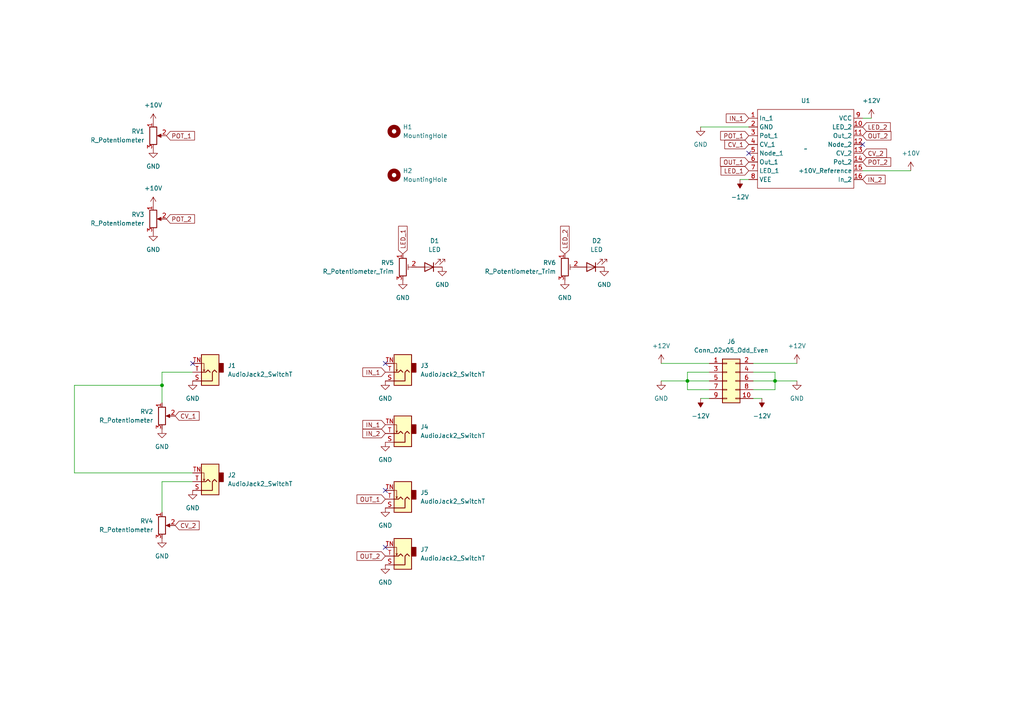
<source format=kicad_sch>
(kicad_sch (version 20230121) (generator eeschema)
  (paper "A4")
  (lib_symbols
    (symbol "Connector_Audio:AudioJack2_SwitchT"
      (property "Reference" "J" (at 0 8.89 0))
      (property "Value" "AudioJack2_SwitchT" (at 0 6.35 0))
      (symbol "AudioJack2_SwitchT_0_1"
        (rectangle (start -2.54 0) (end -3.81 -2.54) (stroke (width 0.254)) (fill (type outline)))
        (polyline (pts (xy 1.778 -0.254) (xy 2.032 -0.762)))
        (polyline (pts (xy 0 0) (xy 0.635 -0.635) (xy 1.27 0) (xy 2.54 0)) (stroke (width 0.254)))
        (polyline (pts (xy 2.54 -2.54) (xy 1.778 -2.54) (xy 1.778 -0.254) (xy 1.524 -0.762)))
        (polyline (pts (xy 2.54 2.54) (xy -0.635 2.54) (xy -0.635 0) (xy -1.27 -0.635) (xy -1.905 0)) (stroke (width 0.254)))
        (rectangle (start 2.54 3.81) (end -2.54 -5.08) (stroke (width 0.254)) (fill (type background)))
      )
      (symbol "AudioJack2_SwitchT_1_1"
        (pin passive line (at 5.08 2.54 180) (length 2.54) (name "~") (number "S"))
        (pin passive line (at 5.08 0 180) (length 2.54) (name "~") (number "T"))
        (pin passive line (at 5.08 -2.54 180) (length 2.54) (name "~") (number "TN"))
      )
    )
    (symbol "Connector_Generic:Conn_02x05_Odd_Even" (pin_names (offset 1.016) hide)
      (property "Reference" "J" (at 1.27 7.62 0))
      (property "Value" "Conn_02x05_Odd_Even" (at 1.27 -7.62 0))
      (symbol "Conn_02x05_Odd_Even_1_1"
        (rectangle (start -1.27 -4.953) (end 0 -5.207) (stroke (width 0.1524)))
        (rectangle (start -1.27 -2.413) (end 0 -2.667) (stroke (width 0.1524)))
        (rectangle (start -1.27 0.127) (end 0 -0.127) (stroke (width 0.1524)))
        (rectangle (start -1.27 2.667) (end 0 2.413) (stroke (width 0.1524)))
        (rectangle (start -1.27 5.207) (end 0 4.953) (stroke (width 0.1524)))
        (rectangle (start -1.27 6.35) (end 3.81 -6.35) (stroke (width 0.254)) (fill (type background)))
        (rectangle (start 3.81 -4.953) (end 2.54 -5.207) (stroke (width 0.1524)))
        (rectangle (start 3.81 -2.413) (end 2.54 -2.667) (stroke (width 0.1524)))
        (rectangle (start 3.81 0.127) (end 2.54 -0.127) (stroke (width 0.1524)))
        (rectangle (start 3.81 2.667) (end 2.54 2.413) (stroke (width 0.1524)))
        (rectangle (start 3.81 5.207) (end 2.54 4.953) (stroke (width 0.1524)))
        (pin passive line (at -5.08 5.08 0) (length 3.81) (name "Pin_1") (number "1"))
        (pin passive line (at 7.62 -5.08 180) (length 3.81) (name "Pin_10") (number "10"))
        (pin passive line (at 7.62 5.08 180) (length 3.81) (name "Pin_2") (number "2"))
        (pin passive line (at -5.08 2.54 0) (length 3.81) (name "Pin_3") (number "3"))
        (pin passive line (at 7.62 2.54 180) (length 3.81) (name "Pin_4") (number "4"))
        (pin passive line (at -5.08 0 0) (length 3.81) (name "Pin_5") (number "5"))
        (pin passive line (at 7.62 0 180) (length 3.81) (name "Pin_6") (number "6"))
        (pin passive line (at -5.08 -2.54 0) (length 3.81) (name "Pin_7") (number "7"))
        (pin passive line (at 7.62 -2.54 180) (length 3.81) (name "Pin_8") (number "8"))
        (pin passive line (at -5.08 -5.08 0) (length 3.81) (name "Pin_9") (number "9"))
      )
    )
    (symbol "Dans_Eurorack_Library:Electrosmith_2164_VCA"
      (property "Reference" "U" (at 0 0 0))
      (symbol "Electrosmith_2164_VCA_0_1"
        (rectangle (start -13.97 11.43) (end 13.97 -11.43))
      )
      (symbol "Electrosmith_2164_VCA_1_1"
        (pin input line (at -16.51 8.89 0) (length 2.54) (name "In_1") (number "1"))
        (pin output line (at 16.51 6.35 180) (length 2.54) (name "LED_2") (number "10"))
        (pin output line (at 16.51 3.81 180) (length 2.54) (name "Out_2") (number "11"))
        (pin input line (at 16.51 1.27 180) (length 2.54) (name "Node_2") (number "12"))
        (pin input line (at 16.51 -1.27 180) (length 2.54) (name "CV_2") (number "13"))
        (pin input line (at 16.51 -3.81 180) (length 2.54) (name "Pot_2") (number "14"))
        (pin output line (at 16.51 -6.35 180) (length 2.54) (name "+10V_Reference") (number "15"))
        (pin input line (at 16.51 -8.89 180) (length 2.54) (name "In_2") (number "16"))
        (pin input line (at -16.51 6.35 0) (length 2.54) (name "GND") (number "2"))
        (pin input line (at -16.51 3.81 0) (length 2.54) (name "Pot_1") (number "3"))
        (pin input line (at -16.51 1.27 0) (length 2.54) (name "CV_1") (number "4"))
        (pin input line (at -16.51 -1.27 0) (length 2.54) (name "Node_1") (number "5"))
        (pin output line (at -16.51 -3.81 0) (length 2.54) (name "Out_1") (number "6"))
        (pin output line (at -16.51 -6.35 0) (length 2.54) (name "LED_1") (number "7"))
        (pin input line (at -16.51 -8.89 0) (length 2.54) (name "VEE") (number "8"))
        (pin input line (at 16.51 8.89 180) (length 2.54) (name "VCC") (number "9"))
      )
    )
    (symbol "Device:LED" (pin_numbers hide) (pin_names (offset 1.016) hide)
      (property "Reference" "D" (at 0 2.54 0))
      (property "Value" "LED" (at 0 -2.54 0))
      (symbol "LED_0_1"
        (polyline (pts (xy -1.27 -1.27) (xy -1.27 1.27)) (stroke (width 0.254)))
        (polyline (pts (xy -1.27 0) (xy 1.27 0)))
        (polyline (pts (xy 1.27 -1.27) (xy 1.27 1.27) (xy -1.27 0) (xy 1.27 -1.27)) (stroke (width 0.254)))
        (polyline (pts (xy -3.048 -0.762) (xy -4.572 -2.286) (xy -3.81 -2.286) (xy -4.572 -2.286) (xy -4.572 -1.524)))
        (polyline (pts (xy -1.778 -0.762) (xy -3.302 -2.286) (xy -2.54 -2.286) (xy -3.302 -2.286) (xy -3.302 -1.524)))
      )
      (symbol "LED_1_1"
        (pin passive line (at -3.81 0 0) (length 2.54) (name "K") (number "1"))
        (pin passive line (at 3.81 0 180) (length 2.54) (name "A") (number "2"))
      )
    )
    (symbol "Device:R_Potentiometer" (pin_names (offset 1.016) hide)
      (property "Reference" "RV" (at -4.445 0 90))
      (property "Value" "R_Potentiometer" (at -2.54 0 90))
      (symbol "R_Potentiometer_0_1"
        (polyline (pts (xy 2.54 0) (xy 1.524 0)))
        (polyline (pts (xy 1.143 0) (xy 2.286 0.508) (xy 2.286 -0.508) (xy 1.143 0)) (fill (type outline)))
        (rectangle (start 1.016 2.54) (end -1.016 -2.54) (stroke (width 0.254)))
      )
      (symbol "R_Potentiometer_1_1"
        (pin passive line (at 0 3.81 270) (length 1.27) (name "1") (number "1"))
        (pin passive line (at 3.81 0 180) (length 1.27) (name "2") (number "2"))
        (pin passive line (at 0 -3.81 90) (length 1.27) (name "3") (number "3"))
      )
    )
    (symbol "Device:R_Potentiometer_Trim" (pin_names (offset 1.016) hide)
      (property "Reference" "RV" (at -4.445 0 90))
      (property "Value" "R_Potentiometer_Trim" (at -2.54 0 90))
      (symbol "R_Potentiometer_Trim_0_1"
        (polyline (pts (xy 1.524 0.762) (xy 1.524 -0.762)))
        (polyline (pts (xy 2.54 0) (xy 1.524 0)))
        (rectangle (start 1.016 2.54) (end -1.016 -2.54) (stroke (width 0.254)))
      )
      (symbol "R_Potentiometer_Trim_1_1"
        (pin passive line (at 0 3.81 270) (length 1.27) (name "1") (number "1"))
        (pin passive line (at 3.81 0 180) (length 1.27) (name "2") (number "2"))
        (pin passive line (at 0 -3.81 90) (length 1.27) (name "3") (number "3"))
      )
    )
    (symbol "Mechanical:MountingHole" (pin_names (offset 1.016))
      (property "Reference" "H" (at 0 5.08 0))
      (property "Value" "MountingHole" (at 0 3.175 0))
      (symbol "MountingHole_0_1"
        (circle (center 0 0) (radius 1.27) (stroke (width 1.27)))
      )
    )
    (symbol "power:+10V" (power) (pin_names (offset 0))
      (property "Value" "+10V" (at 0 3.556 0))
      (symbol "+10V_0_1"
        (polyline (pts (xy -0.762 1.27) (xy 0 2.54)))
        (polyline (pts (xy 0 0) (xy 0 2.54)))
        (polyline (pts (xy 0 2.54) (xy 0.762 1.27)))
      )
      (symbol "+10V_1_1"
        (pin power_in line (at 0 0 90) (length 0) hide (name "+10V") (number "1"))
      )
    )
    (symbol "power:+12V" (power) (pin_names (offset 0))
      (property "Value" "+12V" (at 0 3.556 0))
      (symbol "+12V_0_1"
        (polyline (pts (xy -0.762 1.27) (xy 0 2.54)))
        (polyline (pts (xy 0 0) (xy 0 2.54)))
        (polyline (pts (xy 0 2.54) (xy 0.762 1.27)))
      )
      (symbol "+12V_1_1"
        (pin power_in line (at 0 0 90) (length 0) hide (name "+12V") (number "1"))
      )
    )
    (symbol "power:-12V" (power) (pin_names (offset 0))
      (property "Value" "-12V" (at 0 3.81 0))
      (symbol "-12V_0_0"
        (pin power_in line (at 0 0 90) (length 0) hide (name "-12V") (number "1"))
      )
      (symbol "-12V_0_1"
        (polyline (pts (xy 0 0) (xy 0 1.27) (xy 0.762 1.27) (xy 0 2.54) (xy -0.762 1.27) (xy 0 1.27)) (fill (type outline)))
      )
    )
    (symbol "power:GND" (power) (pin_names (offset 0))
      (property "Value" "GND" (at 0 -3.81 0))
      (symbol "GND_0_1"
        (polyline (pts (xy 0 0) (xy 0 -1.27) (xy 1.27 -1.27) (xy 0 -2.54) (xy -1.27 -1.27) (xy 0 -1.27)))
      )
      (symbol "GND_1_1"
        (pin power_in line (at 0 0 270) (length 0) hide (name "GND") (number "1"))
      )
    )
  )
  (junction (at 224.79 110.49))
  (junction (at 46.99 111.76))
  (junction (at 199.39 110.49))
  (no_connect (at 217.17 44.45))
  (no_connect (at 111.76 105.41))
  (no_connect (at 111.76 142.24))
  (no_connect (at 250.19 41.91))
  (no_connect (at 55.88 105.41))
  (no_connect (at 111.76 158.75))
  (wire (pts (xy 205.74 107.95) (xy 199.39 107.95)))
  (wire (pts (xy 218.44 107.95) (xy 224.79 107.95)))
  (wire (pts (xy 220.98 115.57) (xy 218.44 115.57)))
  (wire (pts (xy 46.99 107.95) (xy 46.99 111.76)))
  (wire (pts (xy 199.39 110.49) (xy 205.74 110.49)))
  (wire (pts (xy 55.88 137.16) (xy 21.59 137.16)))
  (wire (pts (xy 191.77 110.49) (xy 199.39 110.49)))
  (wire (pts (xy 46.99 111.76) (xy 46.99 116.84)))
  (wire (pts (xy 250.19 34.29) (xy 252.73 34.29)))
  (wire (pts (xy 203.2 36.83) (xy 217.17 36.83)))
  (wire (pts (xy 224.79 110.49) (xy 231.14 110.49)))
  (wire (pts (xy 203.2 115.57) (xy 205.74 115.57)))
  (wire (pts (xy 21.59 111.76) (xy 46.99 111.76)))
  (wire (pts (xy 46.99 139.7) (xy 46.99 148.59)))
  (wire (pts (xy 199.39 107.95) (xy 199.39 110.49)))
  (wire (pts (xy 218.44 113.03) (xy 224.79 113.03)))
  (wire (pts (xy 21.59 137.16) (xy 21.59 111.76)))
  (wire (pts (xy 214.63 52.07) (xy 217.17 52.07)))
  (wire (pts (xy 218.44 110.49) (xy 224.79 110.49)))
  (wire (pts (xy 205.74 113.03) (xy 199.39 113.03)))
  (wire (pts (xy 250.19 49.53) (xy 264.16 49.53)))
  (wire (pts (xy 55.88 107.95) (xy 46.99 107.95)))
  (wire (pts (xy 191.77 105.41) (xy 205.74 105.41)))
  (wire (pts (xy 55.88 139.7) (xy 46.99 139.7)))
  (wire (pts (xy 199.39 113.03) (xy 199.39 110.49)))
  (wire (pts (xy 224.79 113.03) (xy 224.79 110.49)))
  (wire (pts (xy 218.44 105.41) (xy 231.14 105.41)))
  (wire (pts (xy 224.79 107.95) (xy 224.79 110.49)))
  (global_label "OUT_2" (shape input) (at 111.76 161.29 180) (property "Intersheetrefs" "${INTERSHEET_REFS}" (effects hide)))
  (global_label "POT_2" (shape input) (at 250.19 46.99 0) (property "Intersheetrefs" "${INTERSHEET_REFS}" (effects hide)))
  (global_label "IN_1" (shape input) (at 217.17 34.29 180) (property "Intersheetrefs" "${INTERSHEET_REFS}" (effects hide)))
  (global_label "IN_2" (shape input) (at 111.76 125.73 180) (property "Intersheetrefs" "${INTERSHEET_REFS}" (effects hide)))
  (global_label "CV_1" (shape input) (at 50.8 120.65 0) (property "Intersheetrefs" "${INTERSHEET_REFS}" (effects hide)))
  (global_label "POT_1" (shape input) (at 217.17 39.37 180) (property "Intersheetrefs" "${INTERSHEET_REFS}" (effects hide)))
  (global_label "CV_2" (shape input) (at 50.8 152.4 0) (property "Intersheetrefs" "${INTERSHEET_REFS}" (effects hide)))
  (global_label "CV_2" (shape input) (at 250.19 44.45 0) (property "Intersheetrefs" "${INTERSHEET_REFS}" (effects hide)))
  (global_label "POT_1" (shape input) (at 48.26 39.37 0) (property "Intersheetrefs" "${INTERSHEET_REFS}" (effects hide)))
  (global_label "IN_1" (shape input) (at 111.76 123.19 180) (property "Intersheetrefs" "${INTERSHEET_REFS}" (effects hide)))
  (global_label "CV_1" (shape input) (at 217.17 41.91 180) (property "Intersheetrefs" "${INTERSHEET_REFS}" (effects hide)))
  (global_label "OUT_1" (shape input) (at 217.17 46.99 180) (property "Intersheetrefs" "${INTERSHEET_REFS}" (effects hide)))
  (global_label "IN_2" (shape input) (at 250.19 52.07 0) (property "Intersheetrefs" "${INTERSHEET_REFS}" (effects hide)))
  (global_label "POT_2" (shape input) (at 48.26 63.5 0) (property "Intersheetrefs" "${INTERSHEET_REFS}" (effects hide)))
  (global_label "LED_2" (shape input) (at 163.83 73.66 90) (property "Intersheetrefs" "${INTERSHEET_REFS}" (effects hide)))
  (global_label "LED_1" (shape input) (at 217.17 49.53 180) (property "Intersheetrefs" "${INTERSHEET_REFS}" (effects hide)))
  (global_label "OUT_1" (shape input) (at 111.76 144.78 180) (property "Intersheetrefs" "${INTERSHEET_REFS}" (effects hide)))
  (global_label "IN_1" (shape input) (at 111.76 107.95 180) (property "Intersheetrefs" "${INTERSHEET_REFS}" (effects hide)))
  (global_label "OUT_2" (shape input) (at 250.19 39.37 0) (property "Intersheetrefs" "${INTERSHEET_REFS}" (effects hide)))
  (global_label "LED_2" (shape input) (at 250.19 36.83 0) (property "Intersheetrefs" "${INTERSHEET_REFS}" (effects hide)))
  (global_label "LED_1" (shape input) (at 116.84 73.66 90) (property "Intersheetrefs" "${INTERSHEET_REFS}" (effects hide)))
  (symbol (lib_id "Connector_Audio:AudioJack2_SwitchT") (at 116.84 144.78 180) (unit 1)
    (property "Reference" "J5" (at 121.92 142.875 0) (effects (justify right)))
    (property "Value" "AudioJack2_SwitchT" (at 121.92 145.415 0) (effects (justify right)))
    (property "Footprint" "AudioJacks:Jack_3.5mm_QingPu_WQP-PJ398SM_Vertical" (effects hide))
  )
  (symbol (lib_id "Connector_Audio:AudioJack2_SwitchT") (at 116.84 125.73 180) (unit 1)
    (property "Reference" "J4" (at 121.92 123.825 0) (effects (justify right)))
    (property "Value" "AudioJack2_SwitchT" (at 121.92 126.365 0) (effects (justify right)))
    (property "Footprint" "AudioJacks:Jack_3.5mm_QingPu_WQP-PJ398SM_Vertical" (effects hide))
  )
  (symbol (lib_id "Device:R_Potentiometer") (at 44.45 39.37 0) (unit 1)
    (property "Reference" "RV1" (at 41.91 38.1 0) (effects (justify right)))
    (property "Value" "R_Potentiometer" (at 41.91 40.64 0) (effects (justify right)))
    (property "Footprint" "Potentiometer_THT:Potentiometer_Bourns_PTA4543_Single_Slide" (effects hide))
  )
  (symbol (lib_id "Mechanical:MountingHole") (at 114.3 50.8 0) (unit 1)
    (property "Reference" "H2" (at 116.84 49.53 0) (effects (justify left)))
    (property "Value" "MountingHole" (at 116.84 52.07 0) (effects (justify left)))
    (property "Footprint" "MountingHole:MountingHole_3.2mm_M3" (effects hide))
  )
  (symbol (lib_id "power:+12V") (at 231.14 105.41 0) (unit 1)
    (property "Reference" "#PWR020" (effects hide))
    (property "Value" "+12V" (at 231.14 100.33 0))
  )
  (symbol (lib_id "power:GND") (at 111.76 128.27 0) (unit 1)
    (property "Reference" "#PWR014" (effects hide))
    (property "Value" "GND" (at 111.76 133.35 0))
  )
  (symbol (lib_id "power:-12V") (at 203.2 115.57 180) (unit 1)
    (property "Reference" "#PWR019" (effects hide))
    (property "Value" "-12V" (at 203.2 120.65 0))
  )
  (symbol (lib_id "power:GND") (at 44.45 67.31 0) (unit 1)
    (property "Reference" "#PWR06" (effects hide))
    (property "Value" "GND" (at 44.45 72.39 0))
  )
  (symbol (lib_id "Device:LED") (at 171.45 77.47 180) (unit 1)
    (property "Reference" "D2" (at 173.0375 69.85 0))
    (property "Value" "LED" (at 173.0375 72.39 0))
    (property "Footprint" "LED_THT:LED_D3.0mm" (effects hide))
  )
  (symbol (lib_id "Dans_Eurorack_Library:Electrosmith_2164_VCA") (at 233.68 43.18 0) (unit 1)
    (property "Reference" "U1" (at 233.68 29.21 0))
    (property "Value" "~" (at 233.68 43.18 0))
    (property "Footprint" "Dans_Eurorack:Electrosmith_2164_VCA" (effects hide))
  )
  (symbol (lib_id "power:GND") (at 111.76 110.49 0) (unit 1)
    (property "Reference" "#PWR013" (effects hide))
    (property "Value" "GND" (at 111.76 115.57 0))
  )
  (symbol (lib_id "power:+10V") (at 264.16 49.53 0) (unit 1)
    (property "Reference" "#PWR04" (effects hide))
    (property "Value" "+10V" (at 264.16 44.45 0))
  )
  (symbol (lib_id "power:GND") (at 46.99 124.46 0) (unit 1)
    (property "Reference" "#PWR011" (effects hide))
    (property "Value" "GND" (at 46.99 129.54 0))
  )
  (symbol (lib_id "power:+12V") (at 252.73 34.29 0) (unit 1)
    (property "Reference" "#PWR02" (effects hide))
    (property "Value" "+12V" (at 252.73 29.21 0))
  )
  (symbol (lib_id "power:+10V") (at 44.45 35.56 0) (unit 1)
    (property "Reference" "#PWR08" (effects hide))
    (property "Value" "+10V" (at 44.45 30.48 0))
  )
  (symbol (lib_id "power:GND") (at 128.27 77.47 0) (unit 1)
    (property "Reference" "#PWR026" (effects hide))
    (property "Value" "GND" (at 128.27 82.55 0))
  )
  (symbol (lib_id "power:-12V") (at 220.98 115.57 180) (unit 1)
    (property "Reference" "#PWR018" (effects hide))
    (property "Value" "-12V" (at 220.98 120.65 0))
  )
  (symbol (lib_id "Connector_Audio:AudioJack2_SwitchT") (at 60.96 107.95 180) (unit 1)
    (property "Reference" "J1" (at 66.04 106.045 0) (effects (justify right)))
    (property "Value" "AudioJack2_SwitchT" (at 66.04 108.585 0) (effects (justify right)))
    (property "Footprint" "AudioJacks:Jack_3.5mm_QingPu_WQP-PJ398SM_Vertical" (effects hide))
  )
  (symbol (lib_id "power:+10V") (at 44.45 59.69 0) (unit 1)
    (property "Reference" "#PWR022" (effects hide))
    (property "Value" "+10V" (at 44.45 54.61 0))
  )
  (symbol (lib_id "Device:R_Potentiometer_Trim") (at 163.83 77.47 0) (unit 1)
    (property "Reference" "RV6" (at 161.29 76.2 0) (effects (justify right)))
    (property "Value" "R_Potentiometer_Trim" (at 161.29 78.74 0) (effects (justify right)))
    (property "Footprint" "Potentiometer_THT:Potentiometer_Bourns_3296Y_Vertical" (effects hide))
  )
  (symbol (lib_id "power:GND") (at 111.76 147.32 0) (unit 1)
    (property "Reference" "#PWR015" (effects hide))
    (property "Value" "GND" (at 111.76 152.4 0))
  )
  (symbol (lib_id "power:GND") (at 44.45 43.18 0) (unit 1)
    (property "Reference" "#PWR07" (effects hide))
    (property "Value" "GND" (at 44.45 48.26 0))
  )
  (symbol (lib_id "power:-12V") (at 214.63 52.07 180) (unit 1)
    (property "Reference" "#PWR03" (effects hide))
    (property "Value" "-12V" (at 214.63 57.15 0))
  )
  (symbol (lib_id "Connector_Audio:AudioJack2_SwitchT") (at 116.84 161.29 180) (unit 1)
    (property "Reference" "J7" (at 121.92 159.385 0) (effects (justify right)))
    (property "Value" "AudioJack2_SwitchT" (at 121.92 161.925 0) (effects (justify right)))
    (property "Footprint" "AudioJacks:Jack_3.5mm_QingPu_WQP-PJ398SM_Vertical" (effects hide))
  )
  (symbol (lib_id "Device:LED") (at 124.46 77.47 180) (unit 1)
    (property "Reference" "D1" (at 126.0475 69.85 0))
    (property "Value" "LED" (at 126.0475 72.39 0))
    (property "Footprint" "LED_THT:LED_D3.0mm" (effects hide))
  )
  (symbol (lib_id "power:GND") (at 46.99 156.21 0) (unit 1)
    (property "Reference" "#PWR010" (effects hide))
    (property "Value" "GND" (at 46.99 161.29 0))
  )
  (symbol (lib_id "Connector_Generic:Conn_02x05_Odd_Even") (at 210.82 110.49 0) (unit 1)
    (property "Reference" "J6" (at 212.09 99.06 0))
    (property "Value" "Conn_02x05_Odd_Even" (at 212.09 101.6 0))
    (property "Footprint" "Connector_IDC:IDC-Header_2x05_P2.54mm_Vertical" (effects hide))
  )
  (symbol (lib_id "Connector_Audio:AudioJack2_SwitchT") (at 60.96 139.7 180) (unit 1)
    (property "Reference" "J2" (at 66.04 137.795 0) (effects (justify right)))
    (property "Value" "AudioJack2_SwitchT" (at 66.04 140.335 0) (effects (justify right)))
    (property "Footprint" "AudioJacks:Jack_3.5mm_QingPu_WQP-PJ398SM_Vertical" (effects hide))
  )
  (symbol (lib_id "power:GND") (at 231.14 110.49 0) (unit 1)
    (property "Reference" "#PWR016" (effects hide))
    (property "Value" "GND" (at 231.14 115.57 0))
  )
  (symbol (lib_id "power:GND") (at 111.76 163.83 0) (unit 1)
    (property "Reference" "#PWR05" (effects hide))
    (property "Value" "GND" (at 111.76 168.91 0))
  )
  (symbol (lib_id "Mechanical:MountingHole") (at 114.3 38.1 0) (unit 1)
    (property "Reference" "H1" (at 116.84 36.83 0) (effects (justify left)))
    (property "Value" "MountingHole" (at 116.84 39.37 0) (effects (justify left)))
    (property "Footprint" "MountingHole:MountingHole_3.2mm_M3" (effects hide))
  )
  (symbol (lib_id "power:GND") (at 55.88 142.24 0) (unit 1)
    (property "Reference" "#PWR012" (effects hide))
    (property "Value" "GND" (at 55.88 147.32 0))
  )
  (symbol (lib_id "power:GND") (at 116.84 81.28 0) (unit 1)
    (property "Reference" "#PWR023" (effects hide))
    (property "Value" "GND" (at 116.84 86.36 0))
  )
  (symbol (lib_id "power:GND") (at 203.2 36.83 0) (unit 1)
    (property "Reference" "#PWR01" (effects hide))
    (property "Value" "GND" (at 203.2 41.91 0))
  )
  (symbol (lib_id "Connector_Audio:AudioJack2_SwitchT") (at 116.84 107.95 180) (unit 1)
    (property "Reference" "J3" (at 121.92 106.045 0) (effects (justify right)))
    (property "Value" "AudioJack2_SwitchT" (at 121.92 108.585 0) (effects (justify right)))
    (property "Footprint" "AudioJacks:Jack_3.5mm_QingPu_WQP-PJ398SM_Vertical" (effects hide))
  )
  (symbol (lib_id "Device:R_Potentiometer") (at 44.45 63.5 0) (unit 1)
    (property "Reference" "RV3" (at 41.91 62.23 0) (effects (justify right)))
    (property "Value" "R_Potentiometer" (at 41.91 64.77 0) (effects (justify right)))
    (property "Footprint" "Potentiometer_THT:Potentiometer_Bourns_PTA4543_Single_Slide" (effects hide))
  )
  (symbol (lib_id "Device:R_Potentiometer") (at 46.99 152.4 0) (unit 1)
    (property "Reference" "RV4" (at 44.45 151.13 0) (effects (justify right)))
    (property "Value" "R_Potentiometer" (at 44.45 153.67 0) (effects (justify right)))
    (property "Footprint" "Potentiometer_THT:Potentiometer_Bourns_PTA4543_Single_Slide" (effects hide))
  )
  (symbol (lib_id "power:+12V") (at 191.77 105.41 0) (unit 1)
    (property "Reference" "#PWR021" (effects hide))
    (property "Value" "+12V" (at 191.77 100.33 0))
  )
  (symbol (lib_id "power:GND") (at 163.83 81.28 0) (unit 1)
    (property "Reference" "#PWR024" (effects hide))
    (property "Value" "GND" (at 163.83 86.36 0))
  )
  (symbol (lib_id "power:GND") (at 191.77 110.49 0) (unit 1)
    (property "Reference" "#PWR017" (effects hide))
    (property "Value" "GND" (at 191.77 115.57 0))
  )
  (symbol (lib_id "Device:R_Potentiometer_Trim") (at 116.84 77.47 0) (unit 1)
    (property "Reference" "RV5" (at 114.3 76.2 0) (effects (justify right)))
    (property "Value" "R_Potentiometer_Trim" (at 114.3 78.74 0) (effects (justify right)))
    (property "Footprint" "Potentiometer_THT:Potentiometer_Bourns_3296Y_Vertical" (effects hide))
  )
  (symbol (lib_id "power:GND") (at 175.26 77.47 0) (unit 1)
    (property "Reference" "#PWR025" (effects hide))
    (property "Value" "GND" (at 175.26 82.55 0))
  )
  (symbol (lib_id "Device:R_Potentiometer") (at 46.99 120.65 0) (unit 1)
    (property "Reference" "RV2" (at 44.45 119.38 0) (effects (justify right)))
    (property "Value" "R_Potentiometer" (at 44.45 121.92 0) (effects (justify right)))
    (property "Footprint" "Potentiometer_THT:Potentiometer_Bourns_PTA4543_Single_Slide" (effects hide))
  )
  (symbol (lib_id "power:GND") (at 55.88 110.49 0) (unit 1)
    (property "Reference" "#PWR09" (effects hide))
    (property "Value" "GND" (at 55.88 115.57 0))
  )
)
</source>
